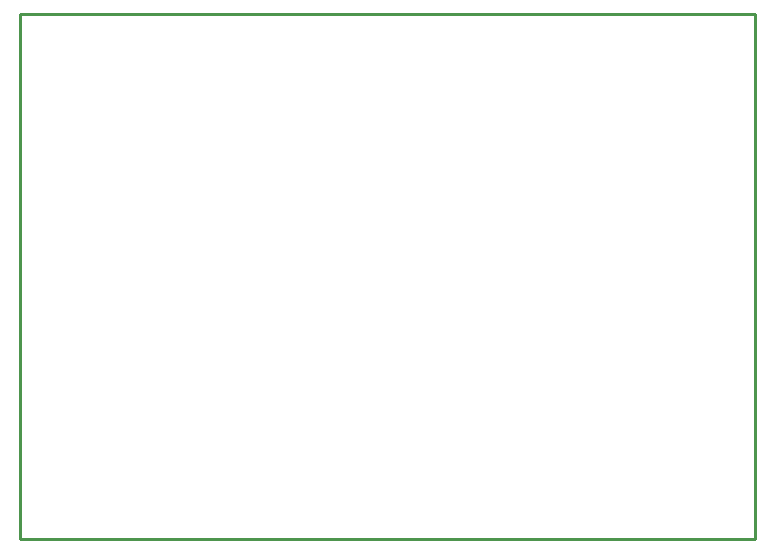
<source format=gbr>
G04 EAGLE Gerber RS-274X export*
G75*
%MOMM*%
%FSLAX34Y34*%
%LPD*%
%IN*%
%IPPOS*%
%AMOC8*
5,1,8,0,0,1.08239X$1,22.5*%
G01*
%ADD10C,0.254000*%


D10*
X0Y0D02*
X622300Y0D01*
X622300Y444500D01*
X0Y444500D01*
X0Y0D01*
M02*

</source>
